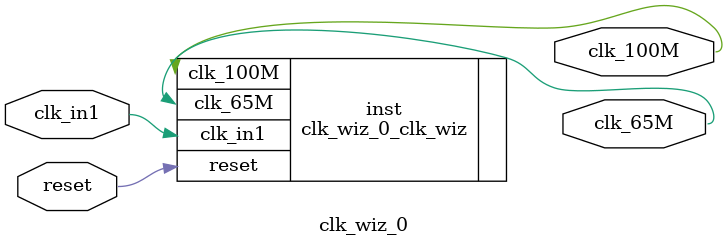
<source format=v>


`timescale 1ps/1ps

(* CORE_GENERATION_INFO = "clk_wiz_0,clk_wiz_v6_0_4_0_0,{component_name=clk_wiz_0,use_phase_alignment=true,use_min_o_jitter=false,use_max_i_jitter=false,use_dyn_phase_shift=false,use_inclk_switchover=false,use_dyn_reconfig=false,enable_axi=0,feedback_source=FDBK_AUTO,PRIMITIVE=MMCM,num_out_clk=2,clkin1_period=10.000,clkin2_period=10.000,use_power_down=false,use_reset=true,use_locked=false,use_inclk_stopped=false,feedback_type=SINGLE,CLOCK_MGR_TYPE=NA,manual_override=false}" *)

module clk_wiz_0 
 (
  // Clock out ports
  output        clk_100M,
  output        clk_65M,
  // Status and control signals
  input         reset,
 // Clock in ports
  input         clk_in1
 );

  clk_wiz_0_clk_wiz inst
  (
  // Clock out ports  
  .clk_100M(clk_100M),
  .clk_65M(clk_65M),
  // Status and control signals               
  .reset(reset), 
 // Clock in ports
  .clk_in1(clk_in1)
  );

endmodule

</source>
